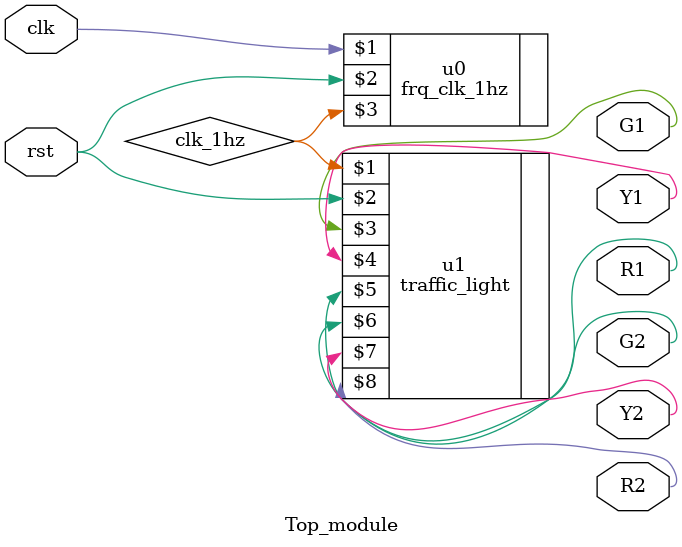
<source format=v>
`timescale 1ns / 1ps


module Top_module(clk, rst, G1, Y1, R1, G2, Y2, R2);
input clk, rst;
output G1, Y1, R1, G2, Y2, R2;
wire clk_1hz;
frq_clk_1hz u0(clk, rst, clk_1hz);
traffic_light u1(clk_1hz, rst, G1, Y1, R1, G2, Y2, R2);
endmodule

</source>
